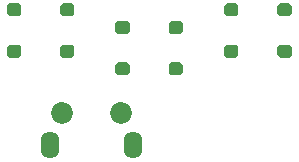
<source format=gbs>
G04 #@! TF.GenerationSoftware,KiCad,Pcbnew,5.1.9*
G04 #@! TF.CreationDate,2021-04-02T18:31:16+02:00*
G04 #@! TF.ProjectId,xling,786c696e-672e-46b6-9963-61645f706362,4.1*
G04 #@! TF.SameCoordinates,Original*
G04 #@! TF.FileFunction,Soldermask,Bot*
G04 #@! TF.FilePolarity,Negative*
%FSLAX46Y46*%
G04 Gerber Fmt 4.6, Leading zero omitted, Abs format (unit mm)*
G04 Created by KiCad (PCBNEW 5.1.9) date 2021-04-02 18:31:16*
%MOMM*%
%LPD*%
G01*
G04 APERTURE LIST*
%ADD10O,1.600000X2.300000*%
%ADD11C,1.850000*%
G04 APERTURE END LIST*
G36*
G01*
X57652800Y-76801400D02*
X57652800Y-76101400D01*
G75*
G02*
X57852800Y-75901400I200000J0D01*
G01*
X58652800Y-75901400D01*
G75*
G02*
X58852800Y-76101400I0J-200000D01*
G01*
X58852800Y-76801400D01*
G75*
G02*
X58652800Y-77001400I-200000J0D01*
G01*
X57852800Y-77001400D01*
G75*
G02*
X57652800Y-76801400I0J200000D01*
G01*
G37*
G36*
G01*
X62152800Y-76801400D02*
X62152800Y-76101400D01*
G75*
G02*
X62352800Y-75901400I200000J0D01*
G01*
X63152800Y-75901400D01*
G75*
G02*
X63352800Y-76101400I0J-200000D01*
G01*
X63352800Y-76801400D01*
G75*
G02*
X63152800Y-77001400I-200000J0D01*
G01*
X62352800Y-77001400D01*
G75*
G02*
X62152800Y-76801400I0J200000D01*
G01*
G37*
G36*
G01*
X57652800Y-73301400D02*
X57652800Y-72601400D01*
G75*
G02*
X57852800Y-72401400I200000J0D01*
G01*
X58652800Y-72401400D01*
G75*
G02*
X58852800Y-72601400I0J-200000D01*
G01*
X58852800Y-73301400D01*
G75*
G02*
X58652800Y-73501400I-200000J0D01*
G01*
X57852800Y-73501400D01*
G75*
G02*
X57652800Y-73301400I0J200000D01*
G01*
G37*
G36*
G01*
X62152800Y-73301400D02*
X62152800Y-72601400D01*
G75*
G02*
X62352800Y-72401400I200000J0D01*
G01*
X63152800Y-72401400D01*
G75*
G02*
X63352800Y-72601400I0J-200000D01*
G01*
X63352800Y-73301400D01*
G75*
G02*
X63152800Y-73501400I-200000J0D01*
G01*
X62352800Y-73501400D01*
G75*
G02*
X62152800Y-73301400I0J200000D01*
G01*
G37*
G36*
G01*
X71322200Y-74800000D02*
X71322200Y-74100000D01*
G75*
G02*
X71522200Y-73900000I200000J0D01*
G01*
X72322200Y-73900000D01*
G75*
G02*
X72522200Y-74100000I0J-200000D01*
G01*
X72522200Y-74800000D01*
G75*
G02*
X72322200Y-75000000I-200000J0D01*
G01*
X71522200Y-75000000D01*
G75*
G02*
X71322200Y-74800000I0J200000D01*
G01*
G37*
G36*
G01*
X66822200Y-74800000D02*
X66822200Y-74100000D01*
G75*
G02*
X67022200Y-73900000I200000J0D01*
G01*
X67822200Y-73900000D01*
G75*
G02*
X68022200Y-74100000I0J-200000D01*
G01*
X68022200Y-74800000D01*
G75*
G02*
X67822200Y-75000000I-200000J0D01*
G01*
X67022200Y-75000000D01*
G75*
G02*
X66822200Y-74800000I0J200000D01*
G01*
G37*
G36*
G01*
X71322200Y-78300000D02*
X71322200Y-77600000D01*
G75*
G02*
X71522200Y-77400000I200000J0D01*
G01*
X72322200Y-77400000D01*
G75*
G02*
X72522200Y-77600000I0J-200000D01*
G01*
X72522200Y-78300000D01*
G75*
G02*
X72322200Y-78500000I-200000J0D01*
G01*
X71522200Y-78500000D01*
G75*
G02*
X71322200Y-78300000I0J200000D01*
G01*
G37*
G36*
G01*
X66822200Y-78300000D02*
X66822200Y-77600000D01*
G75*
G02*
X67022200Y-77400000I200000J0D01*
G01*
X67822200Y-77400000D01*
G75*
G02*
X68022200Y-77600000I0J-200000D01*
G01*
X68022200Y-78300000D01*
G75*
G02*
X67822200Y-78500000I-200000J0D01*
G01*
X67022200Y-78500000D01*
G75*
G02*
X66822200Y-78300000I0J200000D01*
G01*
G37*
G36*
G01*
X80542400Y-73301400D02*
X80542400Y-72601400D01*
G75*
G02*
X80742400Y-72401400I200000J0D01*
G01*
X81542400Y-72401400D01*
G75*
G02*
X81742400Y-72601400I0J-200000D01*
G01*
X81742400Y-73301400D01*
G75*
G02*
X81542400Y-73501400I-200000J0D01*
G01*
X80742400Y-73501400D01*
G75*
G02*
X80542400Y-73301400I0J200000D01*
G01*
G37*
G36*
G01*
X76042400Y-73301400D02*
X76042400Y-72601400D01*
G75*
G02*
X76242400Y-72401400I200000J0D01*
G01*
X77042400Y-72401400D01*
G75*
G02*
X77242400Y-72601400I0J-200000D01*
G01*
X77242400Y-73301400D01*
G75*
G02*
X77042400Y-73501400I-200000J0D01*
G01*
X76242400Y-73501400D01*
G75*
G02*
X76042400Y-73301400I0J200000D01*
G01*
G37*
G36*
G01*
X80542400Y-76801400D02*
X80542400Y-76101400D01*
G75*
G02*
X80742400Y-75901400I200000J0D01*
G01*
X81542400Y-75901400D01*
G75*
G02*
X81742400Y-76101400I0J-200000D01*
G01*
X81742400Y-76801400D01*
G75*
G02*
X81542400Y-77001400I-200000J0D01*
G01*
X80742400Y-77001400D01*
G75*
G02*
X80542400Y-76801400I0J200000D01*
G01*
G37*
G36*
G01*
X76042400Y-76801400D02*
X76042400Y-76101400D01*
G75*
G02*
X76242400Y-75901400I200000J0D01*
G01*
X77042400Y-75901400D01*
G75*
G02*
X77242400Y-76101400I0J-200000D01*
G01*
X77242400Y-76801400D01*
G75*
G02*
X77042400Y-77001400I-200000J0D01*
G01*
X76242400Y-77001400D01*
G75*
G02*
X76042400Y-76801400I0J200000D01*
G01*
G37*
D10*
X68282000Y-84347500D03*
X61282000Y-84347500D03*
D11*
X67282000Y-81647500D03*
X62282000Y-81647500D03*
M02*

</source>
